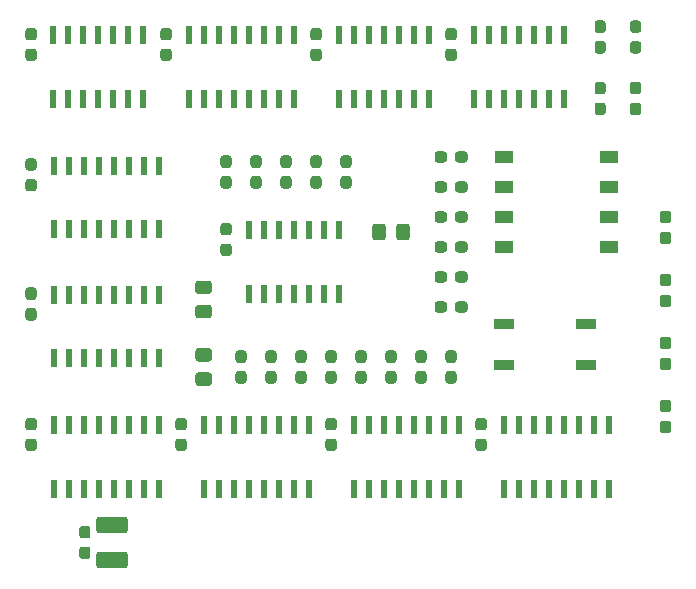
<source format=gtp>
%TF.GenerationSoftware,KiCad,Pcbnew,(5.1.6)-1*%
%TF.CreationDate,2020-08-20T12:39:34+09:00*%
%TF.ProjectId,td4-shield,7464342d-7368-4696-956c-642e6b696361,rev?*%
%TF.SameCoordinates,Original*%
%TF.FileFunction,Paste,Top*%
%TF.FilePolarity,Positive*%
%FSLAX46Y46*%
G04 Gerber Fmt 4.6, Leading zero omitted, Abs format (unit mm)*
G04 Created by KiCad (PCBNEW (5.1.6)-1) date 2020-08-20 12:39:34*
%MOMM*%
%LPD*%
G01*
G04 APERTURE LIST*
%ADD10R,1.700000X0.900000*%
%ADD11R,1.500000X1.100000*%
%ADD12R,0.600000X1.500000*%
G04 APERTURE END LIST*
%TO.C,R11*%
G36*
G01*
X144255500Y-108235000D02*
X143780500Y-108235000D01*
G75*
G02*
X143543000Y-107997500I0J237500D01*
G01*
X143543000Y-107422500D01*
G75*
G02*
X143780500Y-107185000I237500J0D01*
G01*
X144255500Y-107185000D01*
G75*
G02*
X144493000Y-107422500I0J-237500D01*
G01*
X144493000Y-107997500D01*
G75*
G02*
X144255500Y-108235000I-237500J0D01*
G01*
G37*
G36*
G01*
X144255500Y-109985000D02*
X143780500Y-109985000D01*
G75*
G02*
X143543000Y-109747500I0J237500D01*
G01*
X143543000Y-109172500D01*
G75*
G02*
X143780500Y-108935000I237500J0D01*
G01*
X144255500Y-108935000D01*
G75*
G02*
X144493000Y-109172500I0J-237500D01*
G01*
X144493000Y-109747500D01*
G75*
G02*
X144255500Y-109985000I-237500J0D01*
G01*
G37*
%TD*%
%TO.C,R10*%
G36*
G01*
X142510500Y-92425000D02*
X142985500Y-92425000D01*
G75*
G02*
X143223000Y-92662500I0J-237500D01*
G01*
X143223000Y-93237500D01*
G75*
G02*
X142985500Y-93475000I-237500J0D01*
G01*
X142510500Y-93475000D01*
G75*
G02*
X142273000Y-93237500I0J237500D01*
G01*
X142273000Y-92662500D01*
G75*
G02*
X142510500Y-92425000I237500J0D01*
G01*
G37*
G36*
G01*
X142510500Y-90675000D02*
X142985500Y-90675000D01*
G75*
G02*
X143223000Y-90912500I0J-237500D01*
G01*
X143223000Y-91487500D01*
G75*
G02*
X142985500Y-91725000I-237500J0D01*
G01*
X142510500Y-91725000D01*
G75*
G02*
X142273000Y-91487500I0J237500D01*
G01*
X142273000Y-90912500D01*
G75*
G02*
X142510500Y-90675000I237500J0D01*
G01*
G37*
%TD*%
%TO.C,R1*%
G36*
G01*
X128482500Y-123094000D02*
X128007500Y-123094000D01*
G75*
G02*
X127770000Y-122856500I0J237500D01*
G01*
X127770000Y-122281500D01*
G75*
G02*
X128007500Y-122044000I237500J0D01*
G01*
X128482500Y-122044000D01*
G75*
G02*
X128720000Y-122281500I0J-237500D01*
G01*
X128720000Y-122856500D01*
G75*
G02*
X128482500Y-123094000I-237500J0D01*
G01*
G37*
G36*
G01*
X128482500Y-124844000D02*
X128007500Y-124844000D01*
G75*
G02*
X127770000Y-124606500I0J237500D01*
G01*
X127770000Y-124031500D01*
G75*
G02*
X128007500Y-123794000I237500J0D01*
G01*
X128482500Y-123794000D01*
G75*
G02*
X128720000Y-124031500I0J-237500D01*
G01*
X128720000Y-124606500D01*
G75*
G02*
X128482500Y-124844000I-237500J0D01*
G01*
G37*
%TD*%
D10*
%TO.C,SW19*%
X170688000Y-104980000D03*
X170688000Y-108380000D03*
%TD*%
%TO.C,SW18*%
X163703000Y-104980000D03*
X163703000Y-108380000D03*
%TD*%
D11*
%TO.C,SW1*%
X163698000Y-90805000D03*
X172598000Y-98425000D03*
X163698000Y-93345000D03*
X172598000Y-95885000D03*
X163698000Y-95885000D03*
X172598000Y-93345000D03*
X163698000Y-98425000D03*
X172598000Y-90805000D03*
%TD*%
%TO.C,R28*%
G36*
G01*
X158908000Y-100727500D02*
X158908000Y-101202500D01*
G75*
G02*
X158670500Y-101440000I-237500J0D01*
G01*
X158095500Y-101440000D01*
G75*
G02*
X157858000Y-101202500I0J237500D01*
G01*
X157858000Y-100727500D01*
G75*
G02*
X158095500Y-100490000I237500J0D01*
G01*
X158670500Y-100490000D01*
G75*
G02*
X158908000Y-100727500I0J-237500D01*
G01*
G37*
G36*
G01*
X160658000Y-100727500D02*
X160658000Y-101202500D01*
G75*
G02*
X160420500Y-101440000I-237500J0D01*
G01*
X159845500Y-101440000D01*
G75*
G02*
X159608000Y-101202500I0J237500D01*
G01*
X159608000Y-100727500D01*
G75*
G02*
X159845500Y-100490000I237500J0D01*
G01*
X160420500Y-100490000D01*
G75*
G02*
X160658000Y-100727500I0J-237500D01*
G01*
G37*
%TD*%
%TO.C,R27*%
G36*
G01*
X158908000Y-103267500D02*
X158908000Y-103742500D01*
G75*
G02*
X158670500Y-103980000I-237500J0D01*
G01*
X158095500Y-103980000D01*
G75*
G02*
X157858000Y-103742500I0J237500D01*
G01*
X157858000Y-103267500D01*
G75*
G02*
X158095500Y-103030000I237500J0D01*
G01*
X158670500Y-103030000D01*
G75*
G02*
X158908000Y-103267500I0J-237500D01*
G01*
G37*
G36*
G01*
X160658000Y-103267500D02*
X160658000Y-103742500D01*
G75*
G02*
X160420500Y-103980000I-237500J0D01*
G01*
X159845500Y-103980000D01*
G75*
G02*
X159608000Y-103742500I0J237500D01*
G01*
X159608000Y-103267500D01*
G75*
G02*
X159845500Y-103030000I237500J0D01*
G01*
X160420500Y-103030000D01*
G75*
G02*
X160658000Y-103267500I0J-237500D01*
G01*
G37*
%TD*%
%TO.C,R26*%
G36*
G01*
X145525500Y-91725000D02*
X145050500Y-91725000D01*
G75*
G02*
X144813000Y-91487500I0J237500D01*
G01*
X144813000Y-90912500D01*
G75*
G02*
X145050500Y-90675000I237500J0D01*
G01*
X145525500Y-90675000D01*
G75*
G02*
X145763000Y-90912500I0J-237500D01*
G01*
X145763000Y-91487500D01*
G75*
G02*
X145525500Y-91725000I-237500J0D01*
G01*
G37*
G36*
G01*
X145525500Y-93475000D02*
X145050500Y-93475000D01*
G75*
G02*
X144813000Y-93237500I0J237500D01*
G01*
X144813000Y-92662500D01*
G75*
G02*
X145050500Y-92425000I237500J0D01*
G01*
X145525500Y-92425000D01*
G75*
G02*
X145763000Y-92662500I0J-237500D01*
G01*
X145763000Y-93237500D01*
G75*
G02*
X145525500Y-93475000I-237500J0D01*
G01*
G37*
%TD*%
%TO.C,R25*%
G36*
G01*
X150130500Y-92425000D02*
X150605500Y-92425000D01*
G75*
G02*
X150843000Y-92662500I0J-237500D01*
G01*
X150843000Y-93237500D01*
G75*
G02*
X150605500Y-93475000I-237500J0D01*
G01*
X150130500Y-93475000D01*
G75*
G02*
X149893000Y-93237500I0J237500D01*
G01*
X149893000Y-92662500D01*
G75*
G02*
X150130500Y-92425000I237500J0D01*
G01*
G37*
G36*
G01*
X150130500Y-90675000D02*
X150605500Y-90675000D01*
G75*
G02*
X150843000Y-90912500I0J-237500D01*
G01*
X150843000Y-91487500D01*
G75*
G02*
X150605500Y-91725000I-237500J0D01*
G01*
X150130500Y-91725000D01*
G75*
G02*
X149893000Y-91487500I0J237500D01*
G01*
X149893000Y-90912500D01*
G75*
G02*
X150130500Y-90675000I237500J0D01*
G01*
G37*
%TD*%
%TO.C,R24*%
G36*
G01*
X149335500Y-108235000D02*
X148860500Y-108235000D01*
G75*
G02*
X148623000Y-107997500I0J237500D01*
G01*
X148623000Y-107422500D01*
G75*
G02*
X148860500Y-107185000I237500J0D01*
G01*
X149335500Y-107185000D01*
G75*
G02*
X149573000Y-107422500I0J-237500D01*
G01*
X149573000Y-107997500D01*
G75*
G02*
X149335500Y-108235000I-237500J0D01*
G01*
G37*
G36*
G01*
X149335500Y-109985000D02*
X148860500Y-109985000D01*
G75*
G02*
X148623000Y-109747500I0J237500D01*
G01*
X148623000Y-109172500D01*
G75*
G02*
X148860500Y-108935000I237500J0D01*
G01*
X149335500Y-108935000D01*
G75*
G02*
X149573000Y-109172500I0J-237500D01*
G01*
X149573000Y-109747500D01*
G75*
G02*
X149335500Y-109985000I-237500J0D01*
G01*
G37*
%TD*%
%TO.C,R23*%
G36*
G01*
X147590500Y-92425000D02*
X148065500Y-92425000D01*
G75*
G02*
X148303000Y-92662500I0J-237500D01*
G01*
X148303000Y-93237500D01*
G75*
G02*
X148065500Y-93475000I-237500J0D01*
G01*
X147590500Y-93475000D01*
G75*
G02*
X147353000Y-93237500I0J237500D01*
G01*
X147353000Y-92662500D01*
G75*
G02*
X147590500Y-92425000I237500J0D01*
G01*
G37*
G36*
G01*
X147590500Y-90675000D02*
X148065500Y-90675000D01*
G75*
G02*
X148303000Y-90912500I0J-237500D01*
G01*
X148303000Y-91487500D01*
G75*
G02*
X148065500Y-91725000I-237500J0D01*
G01*
X147590500Y-91725000D01*
G75*
G02*
X147353000Y-91487500I0J237500D01*
G01*
X147353000Y-90912500D01*
G75*
G02*
X147590500Y-90675000I237500J0D01*
G01*
G37*
%TD*%
%TO.C,R22*%
G36*
G01*
X141715500Y-108235000D02*
X141240500Y-108235000D01*
G75*
G02*
X141003000Y-107997500I0J237500D01*
G01*
X141003000Y-107422500D01*
G75*
G02*
X141240500Y-107185000I237500J0D01*
G01*
X141715500Y-107185000D01*
G75*
G02*
X141953000Y-107422500I0J-237500D01*
G01*
X141953000Y-107997500D01*
G75*
G02*
X141715500Y-108235000I-237500J0D01*
G01*
G37*
G36*
G01*
X141715500Y-109985000D02*
X141240500Y-109985000D01*
G75*
G02*
X141003000Y-109747500I0J237500D01*
G01*
X141003000Y-109172500D01*
G75*
G02*
X141240500Y-108935000I237500J0D01*
G01*
X141715500Y-108935000D01*
G75*
G02*
X141953000Y-109172500I0J-237500D01*
G01*
X141953000Y-109747500D01*
G75*
G02*
X141715500Y-109985000I-237500J0D01*
G01*
G37*
%TD*%
%TO.C,R21*%
G36*
G01*
X146320500Y-108935000D02*
X146795500Y-108935000D01*
G75*
G02*
X147033000Y-109172500I0J-237500D01*
G01*
X147033000Y-109747500D01*
G75*
G02*
X146795500Y-109985000I-237500J0D01*
G01*
X146320500Y-109985000D01*
G75*
G02*
X146083000Y-109747500I0J237500D01*
G01*
X146083000Y-109172500D01*
G75*
G02*
X146320500Y-108935000I237500J0D01*
G01*
G37*
G36*
G01*
X146320500Y-107185000D02*
X146795500Y-107185000D01*
G75*
G02*
X147033000Y-107422500I0J-237500D01*
G01*
X147033000Y-107997500D01*
G75*
G02*
X146795500Y-108235000I-237500J0D01*
G01*
X146320500Y-108235000D01*
G75*
G02*
X146083000Y-107997500I0J237500D01*
G01*
X146083000Y-107422500D01*
G75*
G02*
X146320500Y-107185000I237500J0D01*
G01*
G37*
%TD*%
%TO.C,R20*%
G36*
G01*
X140445500Y-91725000D02*
X139970500Y-91725000D01*
G75*
G02*
X139733000Y-91487500I0J237500D01*
G01*
X139733000Y-90912500D01*
G75*
G02*
X139970500Y-90675000I237500J0D01*
G01*
X140445500Y-90675000D01*
G75*
G02*
X140683000Y-90912500I0J-237500D01*
G01*
X140683000Y-91487500D01*
G75*
G02*
X140445500Y-91725000I-237500J0D01*
G01*
G37*
G36*
G01*
X140445500Y-93475000D02*
X139970500Y-93475000D01*
G75*
G02*
X139733000Y-93237500I0J237500D01*
G01*
X139733000Y-92662500D01*
G75*
G02*
X139970500Y-92425000I237500J0D01*
G01*
X140445500Y-92425000D01*
G75*
G02*
X140683000Y-92662500I0J-237500D01*
G01*
X140683000Y-93237500D01*
G75*
G02*
X140445500Y-93475000I-237500J0D01*
G01*
G37*
%TD*%
%TO.C,R5*%
G36*
G01*
X159495500Y-108235000D02*
X159020500Y-108235000D01*
G75*
G02*
X158783000Y-107997500I0J237500D01*
G01*
X158783000Y-107422500D01*
G75*
G02*
X159020500Y-107185000I237500J0D01*
G01*
X159495500Y-107185000D01*
G75*
G02*
X159733000Y-107422500I0J-237500D01*
G01*
X159733000Y-107997500D01*
G75*
G02*
X159495500Y-108235000I-237500J0D01*
G01*
G37*
G36*
G01*
X159495500Y-109985000D02*
X159020500Y-109985000D01*
G75*
G02*
X158783000Y-109747500I0J237500D01*
G01*
X158783000Y-109172500D01*
G75*
G02*
X159020500Y-108935000I237500J0D01*
G01*
X159495500Y-108935000D01*
G75*
G02*
X159733000Y-109172500I0J-237500D01*
G01*
X159733000Y-109747500D01*
G75*
G02*
X159495500Y-109985000I-237500J0D01*
G01*
G37*
%TD*%
%TO.C,R4*%
G36*
G01*
X156955500Y-108235000D02*
X156480500Y-108235000D01*
G75*
G02*
X156243000Y-107997500I0J237500D01*
G01*
X156243000Y-107422500D01*
G75*
G02*
X156480500Y-107185000I237500J0D01*
G01*
X156955500Y-107185000D01*
G75*
G02*
X157193000Y-107422500I0J-237500D01*
G01*
X157193000Y-107997500D01*
G75*
G02*
X156955500Y-108235000I-237500J0D01*
G01*
G37*
G36*
G01*
X156955500Y-109985000D02*
X156480500Y-109985000D01*
G75*
G02*
X156243000Y-109747500I0J237500D01*
G01*
X156243000Y-109172500D01*
G75*
G02*
X156480500Y-108935000I237500J0D01*
G01*
X156955500Y-108935000D01*
G75*
G02*
X157193000Y-109172500I0J-237500D01*
G01*
X157193000Y-109747500D01*
G75*
G02*
X156955500Y-109985000I-237500J0D01*
G01*
G37*
%TD*%
%TO.C,R3*%
G36*
G01*
X154415500Y-108235000D02*
X153940500Y-108235000D01*
G75*
G02*
X153703000Y-107997500I0J237500D01*
G01*
X153703000Y-107422500D01*
G75*
G02*
X153940500Y-107185000I237500J0D01*
G01*
X154415500Y-107185000D01*
G75*
G02*
X154653000Y-107422500I0J-237500D01*
G01*
X154653000Y-107997500D01*
G75*
G02*
X154415500Y-108235000I-237500J0D01*
G01*
G37*
G36*
G01*
X154415500Y-109985000D02*
X153940500Y-109985000D01*
G75*
G02*
X153703000Y-109747500I0J237500D01*
G01*
X153703000Y-109172500D01*
G75*
G02*
X153940500Y-108935000I237500J0D01*
G01*
X154415500Y-108935000D01*
G75*
G02*
X154653000Y-109172500I0J-237500D01*
G01*
X154653000Y-109747500D01*
G75*
G02*
X154415500Y-109985000I-237500J0D01*
G01*
G37*
%TD*%
%TO.C,R2*%
G36*
G01*
X151875500Y-108235000D02*
X151400500Y-108235000D01*
G75*
G02*
X151163000Y-107997500I0J237500D01*
G01*
X151163000Y-107422500D01*
G75*
G02*
X151400500Y-107185000I237500J0D01*
G01*
X151875500Y-107185000D01*
G75*
G02*
X152113000Y-107422500I0J-237500D01*
G01*
X152113000Y-107997500D01*
G75*
G02*
X151875500Y-108235000I-237500J0D01*
G01*
G37*
G36*
G01*
X151875500Y-109985000D02*
X151400500Y-109985000D01*
G75*
G02*
X151163000Y-109747500I0J237500D01*
G01*
X151163000Y-109172500D01*
G75*
G02*
X151400500Y-108935000I237500J0D01*
G01*
X151875500Y-108935000D01*
G75*
G02*
X152113000Y-109172500I0J-237500D01*
G01*
X152113000Y-109747500D01*
G75*
G02*
X151875500Y-109985000I-237500J0D01*
G01*
G37*
%TD*%
%TO.C,R9*%
G36*
G01*
X158908000Y-98187500D02*
X158908000Y-98662500D01*
G75*
G02*
X158670500Y-98900000I-237500J0D01*
G01*
X158095500Y-98900000D01*
G75*
G02*
X157858000Y-98662500I0J237500D01*
G01*
X157858000Y-98187500D01*
G75*
G02*
X158095500Y-97950000I237500J0D01*
G01*
X158670500Y-97950000D01*
G75*
G02*
X158908000Y-98187500I0J-237500D01*
G01*
G37*
G36*
G01*
X160658000Y-98187500D02*
X160658000Y-98662500D01*
G75*
G02*
X160420500Y-98900000I-237500J0D01*
G01*
X159845500Y-98900000D01*
G75*
G02*
X159608000Y-98662500I0J237500D01*
G01*
X159608000Y-98187500D01*
G75*
G02*
X159845500Y-97950000I237500J0D01*
G01*
X160420500Y-97950000D01*
G75*
G02*
X160658000Y-98187500I0J-237500D01*
G01*
G37*
%TD*%
%TO.C,R8*%
G36*
G01*
X158908000Y-95647500D02*
X158908000Y-96122500D01*
G75*
G02*
X158670500Y-96360000I-237500J0D01*
G01*
X158095500Y-96360000D01*
G75*
G02*
X157858000Y-96122500I0J237500D01*
G01*
X157858000Y-95647500D01*
G75*
G02*
X158095500Y-95410000I237500J0D01*
G01*
X158670500Y-95410000D01*
G75*
G02*
X158908000Y-95647500I0J-237500D01*
G01*
G37*
G36*
G01*
X160658000Y-95647500D02*
X160658000Y-96122500D01*
G75*
G02*
X160420500Y-96360000I-237500J0D01*
G01*
X159845500Y-96360000D01*
G75*
G02*
X159608000Y-96122500I0J237500D01*
G01*
X159608000Y-95647500D01*
G75*
G02*
X159845500Y-95410000I237500J0D01*
G01*
X160420500Y-95410000D01*
G75*
G02*
X160658000Y-95647500I0J-237500D01*
G01*
G37*
%TD*%
%TO.C,R7*%
G36*
G01*
X158908000Y-93107500D02*
X158908000Y-93582500D01*
G75*
G02*
X158670500Y-93820000I-237500J0D01*
G01*
X158095500Y-93820000D01*
G75*
G02*
X157858000Y-93582500I0J237500D01*
G01*
X157858000Y-93107500D01*
G75*
G02*
X158095500Y-92870000I237500J0D01*
G01*
X158670500Y-92870000D01*
G75*
G02*
X158908000Y-93107500I0J-237500D01*
G01*
G37*
G36*
G01*
X160658000Y-93107500D02*
X160658000Y-93582500D01*
G75*
G02*
X160420500Y-93820000I-237500J0D01*
G01*
X159845500Y-93820000D01*
G75*
G02*
X159608000Y-93582500I0J237500D01*
G01*
X159608000Y-93107500D01*
G75*
G02*
X159845500Y-92870000I237500J0D01*
G01*
X160420500Y-92870000D01*
G75*
G02*
X160658000Y-93107500I0J-237500D01*
G01*
G37*
%TD*%
%TO.C,R6*%
G36*
G01*
X158908000Y-90567500D02*
X158908000Y-91042500D01*
G75*
G02*
X158670500Y-91280000I-237500J0D01*
G01*
X158095500Y-91280000D01*
G75*
G02*
X157858000Y-91042500I0J237500D01*
G01*
X157858000Y-90567500D01*
G75*
G02*
X158095500Y-90330000I237500J0D01*
G01*
X158670500Y-90330000D01*
G75*
G02*
X158908000Y-90567500I0J-237500D01*
G01*
G37*
G36*
G01*
X160658000Y-90567500D02*
X160658000Y-91042500D01*
G75*
G02*
X160420500Y-91280000I-237500J0D01*
G01*
X159845500Y-91280000D01*
G75*
G02*
X159608000Y-91042500I0J237500D01*
G01*
X159608000Y-90567500D01*
G75*
G02*
X159845500Y-90330000I237500J0D01*
G01*
X160420500Y-90330000D01*
G75*
G02*
X160658000Y-90567500I0J-237500D01*
G01*
G37*
%TD*%
%TO.C,D4*%
G36*
G01*
X177181500Y-113126000D02*
X177656500Y-113126000D01*
G75*
G02*
X177894000Y-113363500I0J-237500D01*
G01*
X177894000Y-113938500D01*
G75*
G02*
X177656500Y-114176000I-237500J0D01*
G01*
X177181500Y-114176000D01*
G75*
G02*
X176944000Y-113938500I0J237500D01*
G01*
X176944000Y-113363500D01*
G75*
G02*
X177181500Y-113126000I237500J0D01*
G01*
G37*
G36*
G01*
X177181500Y-111376000D02*
X177656500Y-111376000D01*
G75*
G02*
X177894000Y-111613500I0J-237500D01*
G01*
X177894000Y-112188500D01*
G75*
G02*
X177656500Y-112426000I-237500J0D01*
G01*
X177181500Y-112426000D01*
G75*
G02*
X176944000Y-112188500I0J237500D01*
G01*
X176944000Y-111613500D01*
G75*
G02*
X177181500Y-111376000I237500J0D01*
G01*
G37*
%TD*%
%TO.C,D3*%
G36*
G01*
X177181500Y-107792000D02*
X177656500Y-107792000D01*
G75*
G02*
X177894000Y-108029500I0J-237500D01*
G01*
X177894000Y-108604500D01*
G75*
G02*
X177656500Y-108842000I-237500J0D01*
G01*
X177181500Y-108842000D01*
G75*
G02*
X176944000Y-108604500I0J237500D01*
G01*
X176944000Y-108029500D01*
G75*
G02*
X177181500Y-107792000I237500J0D01*
G01*
G37*
G36*
G01*
X177181500Y-106042000D02*
X177656500Y-106042000D01*
G75*
G02*
X177894000Y-106279500I0J-237500D01*
G01*
X177894000Y-106854500D01*
G75*
G02*
X177656500Y-107092000I-237500J0D01*
G01*
X177181500Y-107092000D01*
G75*
G02*
X176944000Y-106854500I0J237500D01*
G01*
X176944000Y-106279500D01*
G75*
G02*
X177181500Y-106042000I237500J0D01*
G01*
G37*
%TD*%
%TO.C,D2*%
G36*
G01*
X177181500Y-102458000D02*
X177656500Y-102458000D01*
G75*
G02*
X177894000Y-102695500I0J-237500D01*
G01*
X177894000Y-103270500D01*
G75*
G02*
X177656500Y-103508000I-237500J0D01*
G01*
X177181500Y-103508000D01*
G75*
G02*
X176944000Y-103270500I0J237500D01*
G01*
X176944000Y-102695500D01*
G75*
G02*
X177181500Y-102458000I237500J0D01*
G01*
G37*
G36*
G01*
X177181500Y-100708000D02*
X177656500Y-100708000D01*
G75*
G02*
X177894000Y-100945500I0J-237500D01*
G01*
X177894000Y-101520500D01*
G75*
G02*
X177656500Y-101758000I-237500J0D01*
G01*
X177181500Y-101758000D01*
G75*
G02*
X176944000Y-101520500I0J237500D01*
G01*
X176944000Y-100945500D01*
G75*
G02*
X177181500Y-100708000I237500J0D01*
G01*
G37*
%TD*%
%TO.C,D1*%
G36*
G01*
X177181500Y-97124000D02*
X177656500Y-97124000D01*
G75*
G02*
X177894000Y-97361500I0J-237500D01*
G01*
X177894000Y-97936500D01*
G75*
G02*
X177656500Y-98174000I-237500J0D01*
G01*
X177181500Y-98174000D01*
G75*
G02*
X176944000Y-97936500I0J237500D01*
G01*
X176944000Y-97361500D01*
G75*
G02*
X177181500Y-97124000I237500J0D01*
G01*
G37*
G36*
G01*
X177181500Y-95374000D02*
X177656500Y-95374000D01*
G75*
G02*
X177894000Y-95611500I0J-237500D01*
G01*
X177894000Y-96186500D01*
G75*
G02*
X177656500Y-96424000I-237500J0D01*
G01*
X177181500Y-96424000D01*
G75*
G02*
X176944000Y-96186500I0J237500D01*
G01*
X176944000Y-95611500D01*
G75*
G02*
X177181500Y-95374000I237500J0D01*
G01*
G37*
%TD*%
%TO.C,CP13*%
G36*
G01*
X139970500Y-98140000D02*
X140445500Y-98140000D01*
G75*
G02*
X140683000Y-98377500I0J-237500D01*
G01*
X140683000Y-98952500D01*
G75*
G02*
X140445500Y-99190000I-237500J0D01*
G01*
X139970500Y-99190000D01*
G75*
G02*
X139733000Y-98952500I0J237500D01*
G01*
X139733000Y-98377500D01*
G75*
G02*
X139970500Y-98140000I237500J0D01*
G01*
G37*
G36*
G01*
X139970500Y-96390000D02*
X140445500Y-96390000D01*
G75*
G02*
X140683000Y-96627500I0J-237500D01*
G01*
X140683000Y-97202500D01*
G75*
G02*
X140445500Y-97440000I-237500J0D01*
G01*
X139970500Y-97440000D01*
G75*
G02*
X139733000Y-97202500I0J237500D01*
G01*
X139733000Y-96627500D01*
G75*
G02*
X139970500Y-96390000I237500J0D01*
G01*
G37*
%TD*%
%TO.C,CP10*%
G36*
G01*
X159020500Y-81630000D02*
X159495500Y-81630000D01*
G75*
G02*
X159733000Y-81867500I0J-237500D01*
G01*
X159733000Y-82442500D01*
G75*
G02*
X159495500Y-82680000I-237500J0D01*
G01*
X159020500Y-82680000D01*
G75*
G02*
X158783000Y-82442500I0J237500D01*
G01*
X158783000Y-81867500D01*
G75*
G02*
X159020500Y-81630000I237500J0D01*
G01*
G37*
G36*
G01*
X159020500Y-79880000D02*
X159495500Y-79880000D01*
G75*
G02*
X159733000Y-80117500I0J-237500D01*
G01*
X159733000Y-80692500D01*
G75*
G02*
X159495500Y-80930000I-237500J0D01*
G01*
X159020500Y-80930000D01*
G75*
G02*
X158783000Y-80692500I0J237500D01*
G01*
X158783000Y-80117500D01*
G75*
G02*
X159020500Y-79880000I237500J0D01*
G01*
G37*
%TD*%
%TO.C,CP9*%
G36*
G01*
X134890500Y-79880000D02*
X135365500Y-79880000D01*
G75*
G02*
X135603000Y-80117500I0J-237500D01*
G01*
X135603000Y-80692500D01*
G75*
G02*
X135365500Y-80930000I-237500J0D01*
G01*
X134890500Y-80930000D01*
G75*
G02*
X134653000Y-80692500I0J237500D01*
G01*
X134653000Y-80117500D01*
G75*
G02*
X134890500Y-79880000I237500J0D01*
G01*
G37*
G36*
G01*
X134890500Y-81630000D02*
X135365500Y-81630000D01*
G75*
G02*
X135603000Y-81867500I0J-237500D01*
G01*
X135603000Y-82442500D01*
G75*
G02*
X135365500Y-82680000I-237500J0D01*
G01*
X134890500Y-82680000D01*
G75*
G02*
X134653000Y-82442500I0J237500D01*
G01*
X134653000Y-81867500D01*
G75*
G02*
X134890500Y-81630000I237500J0D01*
G01*
G37*
%TD*%
%TO.C,CP8*%
G36*
G01*
X147590500Y-81630000D02*
X148065500Y-81630000D01*
G75*
G02*
X148303000Y-81867500I0J-237500D01*
G01*
X148303000Y-82442500D01*
G75*
G02*
X148065500Y-82680000I-237500J0D01*
G01*
X147590500Y-82680000D01*
G75*
G02*
X147353000Y-82442500I0J237500D01*
G01*
X147353000Y-81867500D01*
G75*
G02*
X147590500Y-81630000I237500J0D01*
G01*
G37*
G36*
G01*
X147590500Y-79880000D02*
X148065500Y-79880000D01*
G75*
G02*
X148303000Y-80117500I0J-237500D01*
G01*
X148303000Y-80692500D01*
G75*
G02*
X148065500Y-80930000I-237500J0D01*
G01*
X147590500Y-80930000D01*
G75*
G02*
X147353000Y-80692500I0J237500D01*
G01*
X147353000Y-80117500D01*
G75*
G02*
X147590500Y-79880000I237500J0D01*
G01*
G37*
%TD*%
%TO.C,CP7*%
G36*
G01*
X123460500Y-92665000D02*
X123935500Y-92665000D01*
G75*
G02*
X124173000Y-92902500I0J-237500D01*
G01*
X124173000Y-93477500D01*
G75*
G02*
X123935500Y-93715000I-237500J0D01*
G01*
X123460500Y-93715000D01*
G75*
G02*
X123223000Y-93477500I0J237500D01*
G01*
X123223000Y-92902500D01*
G75*
G02*
X123460500Y-92665000I237500J0D01*
G01*
G37*
G36*
G01*
X123460500Y-90915000D02*
X123935500Y-90915000D01*
G75*
G02*
X124173000Y-91152500I0J-237500D01*
G01*
X124173000Y-91727500D01*
G75*
G02*
X123935500Y-91965000I-237500J0D01*
G01*
X123460500Y-91965000D01*
G75*
G02*
X123223000Y-91727500I0J237500D01*
G01*
X123223000Y-91152500D01*
G75*
G02*
X123460500Y-90915000I237500J0D01*
G01*
G37*
%TD*%
%TO.C,CP6*%
G36*
G01*
X123460500Y-103601000D02*
X123935500Y-103601000D01*
G75*
G02*
X124173000Y-103838500I0J-237500D01*
G01*
X124173000Y-104413500D01*
G75*
G02*
X123935500Y-104651000I-237500J0D01*
G01*
X123460500Y-104651000D01*
G75*
G02*
X123223000Y-104413500I0J237500D01*
G01*
X123223000Y-103838500D01*
G75*
G02*
X123460500Y-103601000I237500J0D01*
G01*
G37*
G36*
G01*
X123460500Y-101851000D02*
X123935500Y-101851000D01*
G75*
G02*
X124173000Y-102088500I0J-237500D01*
G01*
X124173000Y-102663500D01*
G75*
G02*
X123935500Y-102901000I-237500J0D01*
G01*
X123460500Y-102901000D01*
G75*
G02*
X123223000Y-102663500I0J237500D01*
G01*
X123223000Y-102088500D01*
G75*
G02*
X123460500Y-101851000I237500J0D01*
G01*
G37*
%TD*%
%TO.C,CP5*%
G36*
G01*
X161560500Y-114650000D02*
X162035500Y-114650000D01*
G75*
G02*
X162273000Y-114887500I0J-237500D01*
G01*
X162273000Y-115462500D01*
G75*
G02*
X162035500Y-115700000I-237500J0D01*
G01*
X161560500Y-115700000D01*
G75*
G02*
X161323000Y-115462500I0J237500D01*
G01*
X161323000Y-114887500D01*
G75*
G02*
X161560500Y-114650000I237500J0D01*
G01*
G37*
G36*
G01*
X161560500Y-112900000D02*
X162035500Y-112900000D01*
G75*
G02*
X162273000Y-113137500I0J-237500D01*
G01*
X162273000Y-113712500D01*
G75*
G02*
X162035500Y-113950000I-237500J0D01*
G01*
X161560500Y-113950000D01*
G75*
G02*
X161323000Y-113712500I0J237500D01*
G01*
X161323000Y-113137500D01*
G75*
G02*
X161560500Y-112900000I237500J0D01*
G01*
G37*
%TD*%
%TO.C,CP4*%
G36*
G01*
X148860500Y-114650000D02*
X149335500Y-114650000D01*
G75*
G02*
X149573000Y-114887500I0J-237500D01*
G01*
X149573000Y-115462500D01*
G75*
G02*
X149335500Y-115700000I-237500J0D01*
G01*
X148860500Y-115700000D01*
G75*
G02*
X148623000Y-115462500I0J237500D01*
G01*
X148623000Y-114887500D01*
G75*
G02*
X148860500Y-114650000I237500J0D01*
G01*
G37*
G36*
G01*
X148860500Y-112900000D02*
X149335500Y-112900000D01*
G75*
G02*
X149573000Y-113137500I0J-237500D01*
G01*
X149573000Y-113712500D01*
G75*
G02*
X149335500Y-113950000I-237500J0D01*
G01*
X148860500Y-113950000D01*
G75*
G02*
X148623000Y-113712500I0J237500D01*
G01*
X148623000Y-113137500D01*
G75*
G02*
X148860500Y-112900000I237500J0D01*
G01*
G37*
%TD*%
%TO.C,CP3*%
G36*
G01*
X136160500Y-114650000D02*
X136635500Y-114650000D01*
G75*
G02*
X136873000Y-114887500I0J-237500D01*
G01*
X136873000Y-115462500D01*
G75*
G02*
X136635500Y-115700000I-237500J0D01*
G01*
X136160500Y-115700000D01*
G75*
G02*
X135923000Y-115462500I0J237500D01*
G01*
X135923000Y-114887500D01*
G75*
G02*
X136160500Y-114650000I237500J0D01*
G01*
G37*
G36*
G01*
X136160500Y-112900000D02*
X136635500Y-112900000D01*
G75*
G02*
X136873000Y-113137500I0J-237500D01*
G01*
X136873000Y-113712500D01*
G75*
G02*
X136635500Y-113950000I-237500J0D01*
G01*
X136160500Y-113950000D01*
G75*
G02*
X135923000Y-113712500I0J237500D01*
G01*
X135923000Y-113137500D01*
G75*
G02*
X136160500Y-112900000I237500J0D01*
G01*
G37*
%TD*%
%TO.C,CP2*%
G36*
G01*
X123460500Y-114650000D02*
X123935500Y-114650000D01*
G75*
G02*
X124173000Y-114887500I0J-237500D01*
G01*
X124173000Y-115462500D01*
G75*
G02*
X123935500Y-115700000I-237500J0D01*
G01*
X123460500Y-115700000D01*
G75*
G02*
X123223000Y-115462500I0J237500D01*
G01*
X123223000Y-114887500D01*
G75*
G02*
X123460500Y-114650000I237500J0D01*
G01*
G37*
G36*
G01*
X123460500Y-112900000D02*
X123935500Y-112900000D01*
G75*
G02*
X124173000Y-113137500I0J-237500D01*
G01*
X124173000Y-113712500D01*
G75*
G02*
X123935500Y-113950000I-237500J0D01*
G01*
X123460500Y-113950000D01*
G75*
G02*
X123223000Y-113712500I0J237500D01*
G01*
X123223000Y-113137500D01*
G75*
G02*
X123460500Y-112900000I237500J0D01*
G01*
G37*
%TD*%
%TO.C,CP1*%
G36*
G01*
X123460500Y-81630000D02*
X123935500Y-81630000D01*
G75*
G02*
X124173000Y-81867500I0J-237500D01*
G01*
X124173000Y-82442500D01*
G75*
G02*
X123935500Y-82680000I-237500J0D01*
G01*
X123460500Y-82680000D01*
G75*
G02*
X123223000Y-82442500I0J237500D01*
G01*
X123223000Y-81867500D01*
G75*
G02*
X123460500Y-81630000I237500J0D01*
G01*
G37*
G36*
G01*
X123460500Y-79880000D02*
X123935500Y-79880000D01*
G75*
G02*
X124173000Y-80117500I0J-237500D01*
G01*
X124173000Y-80692500D01*
G75*
G02*
X123935500Y-80930000I-237500J0D01*
G01*
X123460500Y-80930000D01*
G75*
G02*
X123223000Y-80692500I0J237500D01*
G01*
X123223000Y-80117500D01*
G75*
G02*
X123460500Y-79880000I237500J0D01*
G01*
G37*
%TD*%
%TO.C,C4*%
G36*
G01*
X154628000Y-97605001D02*
X154628000Y-96704999D01*
G75*
G02*
X154877999Y-96455000I249999J0D01*
G01*
X155528001Y-96455000D01*
G75*
G02*
X155778000Y-96704999I0J-249999D01*
G01*
X155778000Y-97605001D01*
G75*
G02*
X155528001Y-97855000I-249999J0D01*
G01*
X154877999Y-97855000D01*
G75*
G02*
X154628000Y-97605001I0J249999D01*
G01*
G37*
G36*
G01*
X152578000Y-97605001D02*
X152578000Y-96704999D01*
G75*
G02*
X152827999Y-96455000I249999J0D01*
G01*
X153478001Y-96455000D01*
G75*
G02*
X153728000Y-96704999I0J-249999D01*
G01*
X153728000Y-97605001D01*
G75*
G02*
X153478001Y-97855000I-249999J0D01*
G01*
X152827999Y-97855000D01*
G75*
G02*
X152578000Y-97605001I0J249999D01*
G01*
G37*
%TD*%
%TO.C,C3*%
G36*
G01*
X138753001Y-108135000D02*
X137852999Y-108135000D01*
G75*
G02*
X137603000Y-107885001I0J249999D01*
G01*
X137603000Y-107234999D01*
G75*
G02*
X137852999Y-106985000I249999J0D01*
G01*
X138753001Y-106985000D01*
G75*
G02*
X139003000Y-107234999I0J-249999D01*
G01*
X139003000Y-107885001D01*
G75*
G02*
X138753001Y-108135000I-249999J0D01*
G01*
G37*
G36*
G01*
X138753001Y-110185000D02*
X137852999Y-110185000D01*
G75*
G02*
X137603000Y-109935001I0J249999D01*
G01*
X137603000Y-109284999D01*
G75*
G02*
X137852999Y-109035000I249999J0D01*
G01*
X138753001Y-109035000D01*
G75*
G02*
X139003000Y-109284999I0J-249999D01*
G01*
X139003000Y-109935001D01*
G75*
G02*
X138753001Y-110185000I-249999J0D01*
G01*
G37*
%TD*%
%TO.C,C2*%
G36*
G01*
X138753001Y-102420000D02*
X137852999Y-102420000D01*
G75*
G02*
X137603000Y-102170001I0J249999D01*
G01*
X137603000Y-101519999D01*
G75*
G02*
X137852999Y-101270000I249999J0D01*
G01*
X138753001Y-101270000D01*
G75*
G02*
X139003000Y-101519999I0J-249999D01*
G01*
X139003000Y-102170001D01*
G75*
G02*
X138753001Y-102420000I-249999J0D01*
G01*
G37*
G36*
G01*
X138753001Y-104470000D02*
X137852999Y-104470000D01*
G75*
G02*
X137603000Y-104220001I0J249999D01*
G01*
X137603000Y-103569999D01*
G75*
G02*
X137852999Y-103320000I249999J0D01*
G01*
X138753001Y-103320000D01*
G75*
G02*
X139003000Y-103569999I0J-249999D01*
G01*
X139003000Y-104220001D01*
G75*
G02*
X138753001Y-104470000I-249999J0D01*
G01*
G37*
%TD*%
%TO.C,C1*%
G36*
G01*
X131631000Y-122669000D02*
X129481000Y-122669000D01*
G75*
G02*
X129231000Y-122419000I0J250000D01*
G01*
X129231000Y-121494000D01*
G75*
G02*
X129481000Y-121244000I250000J0D01*
G01*
X131631000Y-121244000D01*
G75*
G02*
X131881000Y-121494000I0J-250000D01*
G01*
X131881000Y-122419000D01*
G75*
G02*
X131631000Y-122669000I-250000J0D01*
G01*
G37*
G36*
G01*
X131631000Y-125644000D02*
X129481000Y-125644000D01*
G75*
G02*
X129231000Y-125394000I0J250000D01*
G01*
X129231000Y-124469000D01*
G75*
G02*
X129481000Y-124219000I250000J0D01*
G01*
X131631000Y-124219000D01*
G75*
G02*
X131881000Y-124469000I0J-250000D01*
G01*
X131881000Y-125394000D01*
G75*
G02*
X131631000Y-125644000I-250000J0D01*
G01*
G37*
%TD*%
%TO.C,D5*%
G36*
G01*
X174641500Y-80995000D02*
X175116500Y-80995000D01*
G75*
G02*
X175354000Y-81232500I0J-237500D01*
G01*
X175354000Y-81807500D01*
G75*
G02*
X175116500Y-82045000I-237500J0D01*
G01*
X174641500Y-82045000D01*
G75*
G02*
X174404000Y-81807500I0J237500D01*
G01*
X174404000Y-81232500D01*
G75*
G02*
X174641500Y-80995000I237500J0D01*
G01*
G37*
G36*
G01*
X174641500Y-79245000D02*
X175116500Y-79245000D01*
G75*
G02*
X175354000Y-79482500I0J-237500D01*
G01*
X175354000Y-80057500D01*
G75*
G02*
X175116500Y-80295000I-237500J0D01*
G01*
X174641500Y-80295000D01*
G75*
G02*
X174404000Y-80057500I0J237500D01*
G01*
X174404000Y-79482500D01*
G75*
G02*
X174641500Y-79245000I237500J0D01*
G01*
G37*
%TD*%
%TO.C,D6*%
G36*
G01*
X174641500Y-84452000D02*
X175116500Y-84452000D01*
G75*
G02*
X175354000Y-84689500I0J-237500D01*
G01*
X175354000Y-85264500D01*
G75*
G02*
X175116500Y-85502000I-237500J0D01*
G01*
X174641500Y-85502000D01*
G75*
G02*
X174404000Y-85264500I0J237500D01*
G01*
X174404000Y-84689500D01*
G75*
G02*
X174641500Y-84452000I237500J0D01*
G01*
G37*
G36*
G01*
X174641500Y-86202000D02*
X175116500Y-86202000D01*
G75*
G02*
X175354000Y-86439500I0J-237500D01*
G01*
X175354000Y-87014500D01*
G75*
G02*
X175116500Y-87252000I-237500J0D01*
G01*
X174641500Y-87252000D01*
G75*
G02*
X174404000Y-87014500I0J237500D01*
G01*
X174404000Y-86439500D01*
G75*
G02*
X174641500Y-86202000I237500J0D01*
G01*
G37*
%TD*%
%TO.C,R38*%
G36*
G01*
X171644500Y-79245000D02*
X172119500Y-79245000D01*
G75*
G02*
X172357000Y-79482500I0J-237500D01*
G01*
X172357000Y-80057500D01*
G75*
G02*
X172119500Y-80295000I-237500J0D01*
G01*
X171644500Y-80295000D01*
G75*
G02*
X171407000Y-80057500I0J237500D01*
G01*
X171407000Y-79482500D01*
G75*
G02*
X171644500Y-79245000I237500J0D01*
G01*
G37*
G36*
G01*
X171644500Y-80995000D02*
X172119500Y-80995000D01*
G75*
G02*
X172357000Y-81232500I0J-237500D01*
G01*
X172357000Y-81807500D01*
G75*
G02*
X172119500Y-82045000I-237500J0D01*
G01*
X171644500Y-82045000D01*
G75*
G02*
X171407000Y-81807500I0J237500D01*
G01*
X171407000Y-81232500D01*
G75*
G02*
X171644500Y-80995000I237500J0D01*
G01*
G37*
%TD*%
%TO.C,R39*%
G36*
G01*
X171644500Y-86202000D02*
X172119500Y-86202000D01*
G75*
G02*
X172357000Y-86439500I0J-237500D01*
G01*
X172357000Y-87014500D01*
G75*
G02*
X172119500Y-87252000I-237500J0D01*
G01*
X171644500Y-87252000D01*
G75*
G02*
X171407000Y-87014500I0J237500D01*
G01*
X171407000Y-86439500D01*
G75*
G02*
X171644500Y-86202000I237500J0D01*
G01*
G37*
G36*
G01*
X171644500Y-84452000D02*
X172119500Y-84452000D01*
G75*
G02*
X172357000Y-84689500I0J-237500D01*
G01*
X172357000Y-85264500D01*
G75*
G02*
X172119500Y-85502000I-237500J0D01*
G01*
X171644500Y-85502000D01*
G75*
G02*
X171407000Y-85264500I0J237500D01*
G01*
X171407000Y-84689500D01*
G75*
G02*
X171644500Y-84452000I237500J0D01*
G01*
G37*
%TD*%
D12*
%TO.C,U1*%
X125578000Y-85885000D03*
X126848000Y-85885000D03*
X128118000Y-85885000D03*
X129388000Y-85885000D03*
X130658000Y-85885000D03*
X131928000Y-85885000D03*
X133198000Y-85885000D03*
X133198000Y-80485000D03*
X131928000Y-80485000D03*
X130658000Y-80485000D03*
X129388000Y-80485000D03*
X128118000Y-80485000D03*
X126848000Y-80485000D03*
X125578000Y-80485000D03*
%TD*%
%TO.C,U2*%
X125603000Y-113505000D03*
X126873000Y-113505000D03*
X128143000Y-113505000D03*
X129413000Y-113505000D03*
X130683000Y-113505000D03*
X131953000Y-113505000D03*
X133223000Y-113505000D03*
X134493000Y-113505000D03*
X134493000Y-118905000D03*
X133223000Y-118905000D03*
X131953000Y-118905000D03*
X130683000Y-118905000D03*
X129413000Y-118905000D03*
X128143000Y-118905000D03*
X126873000Y-118905000D03*
X125603000Y-118905000D03*
%TD*%
%TO.C,U3*%
X138303000Y-118905000D03*
X139573000Y-118905000D03*
X140843000Y-118905000D03*
X142113000Y-118905000D03*
X143383000Y-118905000D03*
X144653000Y-118905000D03*
X145923000Y-118905000D03*
X147193000Y-118905000D03*
X147193000Y-113505000D03*
X145923000Y-113505000D03*
X144653000Y-113505000D03*
X143383000Y-113505000D03*
X142113000Y-113505000D03*
X140843000Y-113505000D03*
X139573000Y-113505000D03*
X138303000Y-113505000D03*
%TD*%
%TO.C,U4*%
X151003000Y-113505000D03*
X152273000Y-113505000D03*
X153543000Y-113505000D03*
X154813000Y-113505000D03*
X156083000Y-113505000D03*
X157353000Y-113505000D03*
X158623000Y-113505000D03*
X159893000Y-113505000D03*
X159893000Y-118905000D03*
X158623000Y-118905000D03*
X157353000Y-118905000D03*
X156083000Y-118905000D03*
X154813000Y-118905000D03*
X153543000Y-118905000D03*
X152273000Y-118905000D03*
X151003000Y-118905000D03*
%TD*%
%TO.C,U5*%
X163703000Y-113505000D03*
X164973000Y-113505000D03*
X166243000Y-113505000D03*
X167513000Y-113505000D03*
X168783000Y-113505000D03*
X170053000Y-113505000D03*
X171323000Y-113505000D03*
X172593000Y-113505000D03*
X172593000Y-118905000D03*
X171323000Y-118905000D03*
X170053000Y-118905000D03*
X168783000Y-118905000D03*
X167513000Y-118905000D03*
X166243000Y-118905000D03*
X164973000Y-118905000D03*
X163703000Y-118905000D03*
%TD*%
%TO.C,U6*%
X125603000Y-107856000D03*
X126873000Y-107856000D03*
X128143000Y-107856000D03*
X129413000Y-107856000D03*
X130683000Y-107856000D03*
X131953000Y-107856000D03*
X133223000Y-107856000D03*
X134493000Y-107856000D03*
X134493000Y-102456000D03*
X133223000Y-102456000D03*
X131953000Y-102456000D03*
X130683000Y-102456000D03*
X129413000Y-102456000D03*
X128143000Y-102456000D03*
X126873000Y-102456000D03*
X125603000Y-102456000D03*
%TD*%
%TO.C,U7*%
X125603000Y-91534000D03*
X126873000Y-91534000D03*
X128143000Y-91534000D03*
X129413000Y-91534000D03*
X130683000Y-91534000D03*
X131953000Y-91534000D03*
X133223000Y-91534000D03*
X134493000Y-91534000D03*
X134493000Y-96934000D03*
X133223000Y-96934000D03*
X131953000Y-96934000D03*
X130683000Y-96934000D03*
X129413000Y-96934000D03*
X128143000Y-96934000D03*
X126873000Y-96934000D03*
X125603000Y-96934000D03*
%TD*%
%TO.C,U8*%
X149733000Y-80485000D03*
X151003000Y-80485000D03*
X152273000Y-80485000D03*
X153543000Y-80485000D03*
X154813000Y-80485000D03*
X156083000Y-80485000D03*
X157353000Y-80485000D03*
X157353000Y-85885000D03*
X156083000Y-85885000D03*
X154813000Y-85885000D03*
X153543000Y-85885000D03*
X152273000Y-85885000D03*
X151003000Y-85885000D03*
X149733000Y-85885000D03*
%TD*%
%TO.C,U9*%
X137033000Y-85885000D03*
X138303000Y-85885000D03*
X139573000Y-85885000D03*
X140843000Y-85885000D03*
X142113000Y-85885000D03*
X143383000Y-85885000D03*
X144653000Y-85885000D03*
X145923000Y-85885000D03*
X145923000Y-80485000D03*
X144653000Y-80485000D03*
X143383000Y-80485000D03*
X142113000Y-80485000D03*
X140843000Y-80485000D03*
X139573000Y-80485000D03*
X138303000Y-80485000D03*
X137033000Y-80485000D03*
%TD*%
%TO.C,U10*%
X161163000Y-85885000D03*
X162433000Y-85885000D03*
X163703000Y-85885000D03*
X164973000Y-85885000D03*
X166243000Y-85885000D03*
X167513000Y-85885000D03*
X168783000Y-85885000D03*
X168783000Y-80485000D03*
X167513000Y-80485000D03*
X166243000Y-80485000D03*
X164973000Y-80485000D03*
X163703000Y-80485000D03*
X162433000Y-80485000D03*
X161163000Y-80485000D03*
%TD*%
%TO.C,U13*%
X142113000Y-96995000D03*
X143383000Y-96995000D03*
X144653000Y-96995000D03*
X145923000Y-96995000D03*
X147193000Y-96995000D03*
X148463000Y-96995000D03*
X149733000Y-96995000D03*
X149733000Y-102395000D03*
X148463000Y-102395000D03*
X147193000Y-102395000D03*
X145923000Y-102395000D03*
X144653000Y-102395000D03*
X143383000Y-102395000D03*
X142113000Y-102395000D03*
%TD*%
M02*

</source>
